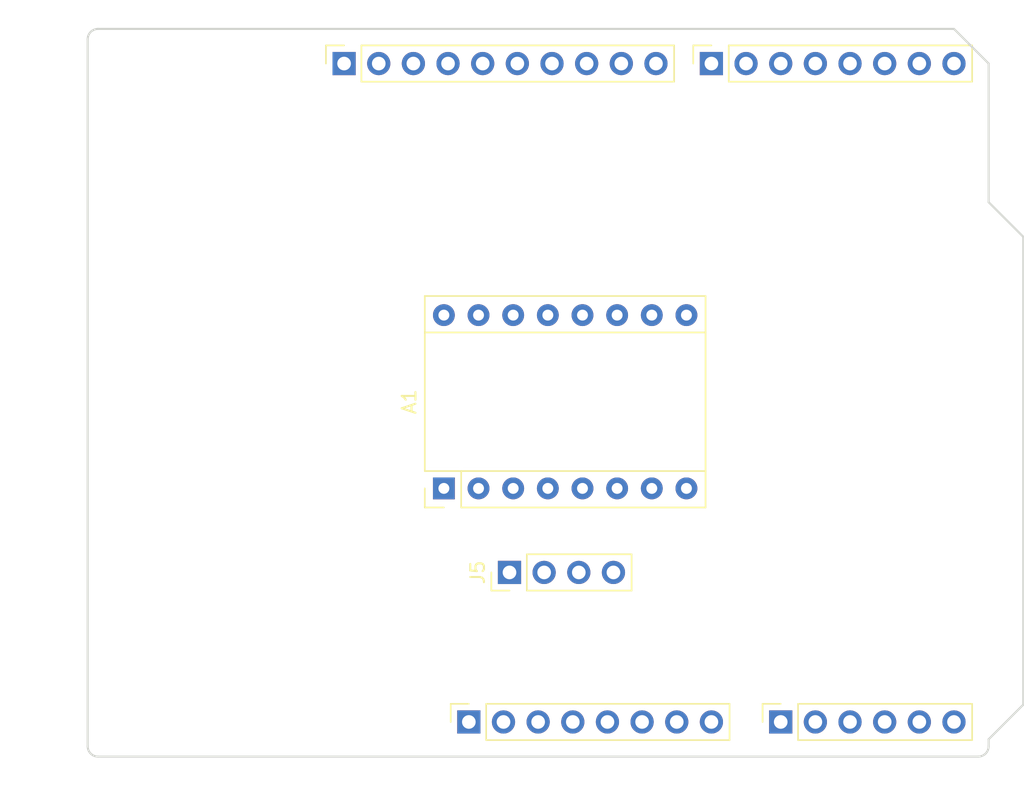
<source format=kicad_pcb>
(kicad_pcb (version 20240108) (generator "pcbnew") (generator_version "8.0")
  (title_block (date "mar. 31 mars 2015"))
  (layers (0 "F.Cu" signal) (31 "B.Cu" signal) (34 "B.Paste" user) (35 "F.Paste" user) (36 "B.SilkS" user "B.Silkscreen") (37 "F.SilkS" user "F.Silkscreen") (38 "B.Mask" user) (39 "F.Mask" user) (44 "Edge.Cuts" user))
  (net 0 "")
  (net 1 "GND")
  (net 3 "+5V")
  (net 4 "/IOREF")
  (net 5 "/A0")
  (net 6 "/A1")
  (net 7 "/A2")
  (net 8 "/A3")
  (net 9 "/SDA{slash}A4")
  (net 10 "/SCL{slash}A5")
  (net 11 "/13")
  (net 12 "/12")
  (net 13 "/AREF")
  (net 14 "/8")
  (net 15 "/7")
  (net 16 "/*11")
  (net 17 "/*10")
  (net 18 "/*9")
  (net 19 "/4")
  (net 20 "/2")
  (net 21 "/*6")
  (net 22 "/*5")
  (net 23 "/TX{slash}1")
  (net 24 "/*3")
  (net 25 "/RX{slash}0")
  (net 26 "+3V3")
  (net 27 "VCC")
  (net 28 "/~{RESET}")
  (net 40 "Net-(A1-2A)")
  (net 41 "Net-(A1-1B)")
  (net 42 "Net-(A1-2B)")
  (net 43 "Net-(A1-1A)")
  (net 44 "/9")
  (footprint "Connector_PinSocket_2.54mm:PinSocket_1x08_P2.54mm_Vertical" (layer "F.Cu") (at 127.94 97.46 90)
    (property "Reference" "J1" (hide yes))
    (property "Value" "Power")
    (fp_line (start 1.33 -1.33) (end 1.33 0) (stroke (width 0.12)) (layer "F.SilkS"))
    (fp_line (start 0 -1.33) (end 1.33 -1.33) (stroke (width 0.12)) (layer "F.SilkS"))
    (fp_line (start 1.33 1.27) (end 1.33 19.11) (stroke (width 0.12)) (layer "F.SilkS"))
    (fp_line (start -1.33 1.27) (end 1.33 1.27) (stroke (width 0.12)) (layer "F.SilkS"))
    (fp_line (start -1.33 1.27) (end -1.33 19.11) (stroke (width 0.12)) (layer "F.SilkS"))
    (fp_line (start -1.33 19.11) (end 1.33 19.11) (stroke (width 0.12)) (layer "F.SilkS"))
    (pad "1" thru_hole rect (at 0 0 90) (size 1.7 1.7) (drill 1) (layers "*.Cu" "*.Mask"))
    (pad "2" thru_hole oval (at 0 2.54 90) (size 1.7 1.7) (drill 1) (layers "*.Cu" "*.Mask") (net 4 "/IOREF"))
    (pad "3" thru_hole oval (at 0 5.08 90) (size 1.7 1.7) (drill 1) (layers "*.Cu" "*.Mask") (net 28 "/~{RESET}"))
    (pad "4" thru_hole oval (at 0 7.62 90) (size 1.7 1.7) (drill 1) (layers "*.Cu" "*.Mask") (net 26 "+3V3"))
    (pad "5" thru_hole oval (at 0 10.16 90) (size 1.7 1.7) (drill 1) (layers "*.Cu" "*.Mask") (net 3 "+5V"))
    (pad "6" thru_hole oval (at 0 12.7 90) (size 1.7 1.7) (drill 1) (layers "*.Cu" "*.Mask") (net 1 "GND"))
    (pad "7" thru_hole oval (at 0 15.24 90) (size 1.7 1.7) (drill 1) (layers "*.Cu" "*.Mask") (net 1 "GND"))
    (pad "8" thru_hole oval (at 0 17.78 90) (size 1.7 1.7) (drill 1) (layers "*.Cu" "*.Mask") (net 27 "VCC"))
  )
  (footprint "Connector_PinSocket_2.54mm:PinSocket_1x06_P2.54mm_Vertical" (layer "F.Cu") (at 150.8 97.46 90)
    (property "Reference" "J3" (hide yes))
    (property "Value" "Analog")
    (fp_line (start 1.33 -1.33) (end 1.33 0) (stroke (width 0.12)) (layer "F.SilkS"))
    (fp_line (start 0 -1.33) (end 1.33 -1.33) (stroke (width 0.12)) (layer "F.SilkS"))
    (fp_line (start 1.33 1.27) (end 1.33 14.03) (stroke (width 0.12)) (layer "F.SilkS"))
    (fp_line (start -1.33 1.27) (end 1.33 1.27) (stroke (width 0.12)) (layer "F.SilkS"))
    (fp_line (start -1.33 1.27) (end -1.33 14.03) (stroke (width 0.12)) (layer "F.SilkS"))
    (fp_line (start -1.33 14.03) (end 1.33 14.03) (stroke (width 0.12)) (layer "F.SilkS"))
    (pad "1" thru_hole rect (at 0 0 90) (size 1.7 1.7) (drill 1) (layers "*.Cu" "*.Mask") (net 5 "/A0"))
    (pad "2" thru_hole oval (at 0 2.54 90) (size 1.7 1.7) (drill 1) (layers "*.Cu" "*.Mask") (net 6 "/A1"))
    (pad "3" thru_hole oval (at 0 5.08 90) (size 1.7 1.7) (drill 1) (layers "*.Cu" "*.Mask") (net 7 "/A2"))
    (pad "4" thru_hole oval (at 0 7.62 90) (size 1.7 1.7) (drill 1) (layers "*.Cu" "*.Mask") (net 8 "/A3"))
    (pad "5" thru_hole oval (at 0 10.16 90) (size 1.7 1.7) (drill 1) (layers "*.Cu" "*.Mask") (net 9 "/SDA{slash}A4"))
    (pad "6" thru_hole oval (at 0 12.7 90) (size 1.7 1.7) (drill 1) (layers "*.Cu" "*.Mask") (net 10 "/SCL{slash}A5"))
  )
  (footprint "Connector_PinSocket_2.54mm:PinSocket_1x10_P2.54mm_Vertical" (layer "F.Cu") (at 118.796 49.2 90)
    (property "Reference" "J2" (hide yes))
    (property "Value" "Digital/PWM")
    (fp_line (start 1.33 -1.33) (end 1.33 0) (stroke (width 0.12)) (layer "F.SilkS"))
    (fp_line (start 0 -1.33) (end 1.33 -1.33) (stroke (width 0.12)) (layer "F.SilkS"))
    (fp_line (start 1.33 1.27) (end 1.33 24.19) (stroke (width 0.12)) (layer "F.SilkS"))
    (fp_line (start -1.33 1.27) (end 1.33 1.27) (stroke (width 0.12)) (layer "F.SilkS"))
    (fp_line (start -1.33 1.27) (end -1.33 24.19) (stroke (width 0.12)) (layer "F.SilkS"))
    (fp_line (start -1.33 24.19) (end 1.33 24.19) (stroke (width 0.12)) (layer "F.SilkS"))
    (pad "1" thru_hole rect (at 0 0 90) (size 1.7 1.7) (drill 1) (layers "*.Cu" "*.Mask") (net 10 "/SCL{slash}A5"))
    (pad "2" thru_hole oval (at 0 2.54 90) (size 1.7 1.7) (drill 1) (layers "*.Cu" "*.Mask") (net 9 "/SDA{slash}A4"))
    (pad "3" thru_hole oval (at 0 5.08 90) (size 1.7 1.7) (drill 1) (layers "*.Cu" "*.Mask") (net 13 "/AREF"))
    (pad "4" thru_hole oval (at 0 7.62 90) (size 1.7 1.7) (drill 1) (layers "*.Cu" "*.Mask") (net 1 "GND"))
    (pad "5" thru_hole oval (at 0 10.16 90) (size 1.7 1.7) (drill 1) (layers "*.Cu" "*.Mask") (net 11 "/13"))
    (pad "6" thru_hole oval (at 0 12.7 90) (size 1.7 1.7) (drill 1) (layers "*.Cu" "*.Mask") (net 12 "/12"))
    (pad "7" thru_hole oval (at 0 15.24 90) (size 1.7 1.7) (drill 1) (layers "*.Cu" "*.Mask") (net 16 "/*11"))
    (pad "8" thru_hole oval (at 0 17.78 90) (size 1.7 1.7) (drill 1) (layers "*.Cu" "*.Mask") (net 17 "/*10"))
    (pad "9" thru_hole oval (at 0 20.32 90) (size 1.7 1.7) (drill 1) (layers "*.Cu" "*.Mask") (net 18 "/*9"))
    (pad "10" thru_hole oval (at 0 22.86 90) (size 1.7 1.7) (drill 1) (layers "*.Cu" "*.Mask") (net 14 "/8"))
  )
  (footprint "Connector_PinSocket_2.54mm:PinSocket_1x08_P2.54mm_Vertical" (layer "F.Cu") (at 145.72 49.2 90)
    (property "Reference" "J4" (hide yes))
    (property "Value" "Digital/PWM")
    (fp_line (start 1.33 -1.33) (end 1.33 0) (stroke (width 0.12)) (layer "F.SilkS"))
    (fp_line (start 0 -1.33) (end 1.33 -1.33) (stroke (width 0.12)) (layer "F.SilkS"))
    (fp_line (start 1.33 1.27) (end 1.33 19.11) (stroke (width 0.12)) (layer "F.SilkS"))
    (fp_line (start -1.33 1.27) (end 1.33 1.27) (stroke (width 0.12)) (layer "F.SilkS"))
    (fp_line (start -1.33 1.27) (end -1.33 19.11) (stroke (width 0.12)) (layer "F.SilkS"))
    (fp_line (start -1.33 19.11) (end 1.33 19.11) (stroke (width 0.12)) (layer "F.SilkS"))
    (pad "1" thru_hole rect (at 0 0 90) (size 1.7 1.7) (drill 1) (layers "*.Cu" "*.Mask") (net 15 "/7"))
    (pad "2" thru_hole oval (at 0 2.54 90) (size 1.7 1.7) (drill 1) (layers "*.Cu" "*.Mask") (net 21 "/*6"))
    (pad "3" thru_hole oval (at 0 5.08 90) (size 1.7 1.7) (drill 1) (layers "*.Cu" "*.Mask") (net 22 "/*5"))
    (pad "4" thru_hole oval (at 0 7.62 90) (size 1.7 1.7) (drill 1) (layers "*.Cu" "*.Mask") (net 19 "/4"))
    (pad "5" thru_hole oval (at 0 10.16 90) (size 1.7 1.7) (drill 1) (layers "*.Cu" "*.Mask") (net 24 "/*3"))
    (pad "6" thru_hole oval (at 0 12.7 90) (size 1.7 1.7) (drill 1) (layers "*.Cu" "*.Mask") (net 20 "/2"))
    (pad "7" thru_hole oval (at 0 15.24 90) (size 1.7 1.7) (drill 1) (layers "*.Cu" "*.Mask") (net 23 "/TX{slash}1"))
    (pad "8" thru_hole oval (at 0 17.78 90) (size 1.7 1.7) (drill 1) (layers "*.Cu" "*.Mask") (net 25 "/RX{slash}0"))
  )
  (footprint "Arduino_MountingHole:MountingHole_3.2mm" (layer "F.Cu") (at 115.24 49.2)
    (property "Reference" "MH1" (hide yes))
    (property "Value" "MountingHole_3.2mm" (hide yes))
    (pad "" np_thru_hole circle (at 0 0) (size 3.2 3.2) (drill 3.2) (layers "*.Cu" "*.Mask"))
  )
  (footprint "Connector_PinHeader_2.54mm:PinHeader_1x04_P2.54mm_Vertical" (layer "F.Cu") (at 130.92 86.5 90)
    (property "Reference" "J5" (at 0 -2.33 90) (layer "F.SilkS"))
    (property "Value" "Conn_01x04")
    (fp_line (start -1.33 -1.33) (end 0 -1.33) (stroke (width 0.12)) (layer "F.SilkS"))
    (fp_line (start -1.33 0) (end -1.33 -1.33) (stroke (width 0.12)) (layer "F.SilkS"))
    (fp_line (start 1.33 1.27) (end 1.33 8.95) (stroke (width 0.12)) (layer "F.SilkS"))
    (fp_line (start -1.33 1.27) (end 1.33 1.27) (stroke (width 0.12)) (layer "F.SilkS"))
    (fp_line (start -1.33 1.27) (end -1.33 8.95) (stroke (width 0.12)) (layer "F.SilkS"))
    (fp_line (start -1.33 8.95) (end 1.33 8.95) (stroke (width 0.12)) (layer "F.SilkS"))
    (pad "1" thru_hole rect (at 0 0 90) (size 1.7 1.7) (drill 1) (layers "*.Cu" "*.Mask") (net 41 "Net-(A1-1B)"))
    (pad "2" thru_hole oval (at 0 2.54 90) (size 1.7 1.7) (drill 1) (layers "*.Cu" "*.Mask") (net 43 "Net-(A1-1A)"))
    (pad "3" thru_hole oval (at 0 5.08 90) (size 1.7 1.7) (drill 1) (layers "*.Cu" "*.Mask") (net 40 "Net-(A1-2A)"))
    (pad "4" thru_hole oval (at 0 7.62 90) (size 1.7 1.7) (drill 1) (layers "*.Cu" "*.Mask") (net 42 "Net-(A1-2B)"))
  )
  (footprint "Module:Pololu_Breakout-16_15.2x20.3mm" (layer "F.Cu") (at 126.11 80.34 90)
    (property "Reference" "A1" (at 6.35 -2.54 90) (layer "F.SilkS"))
    (property "Value" "Pololu_Breakout_A4988")
    (fp_line (start 14.1 -1.4) (end 1.27 -1.4) (stroke (width 0.12)) (layer "F.SilkS"))
    (fp_line (start 11.43 -1.4) (end 11.43 19.18) (stroke (width 0.12)) (layer "F.SilkS"))
    (fp_line (start 1.27 -1.4) (end 1.27 1.27) (stroke (width 0.12)) (layer "F.SilkS"))
    (fp_line (start 0 -1.4) (end -1.4 -1.4) (stroke (width 0.12)) (layer "F.SilkS"))
    (fp_line (start -1.4 -1.4) (end -1.4 0) (stroke (width 0.12)) (layer "F.SilkS"))
    (fp_line (start 1.27 1.27) (end -1.4 1.27) (stroke (width 0.12)) (layer "F.SilkS"))
    (fp_line (start 1.27 1.27) (end 1.27 19.18) (stroke (width 0.12)) (layer "F.SilkS"))
    (fp_line (start -1.4 1.27) (end -1.4 19.18) (stroke (width 0.12)) (layer "F.SilkS"))
    (fp_line (start 14.1 19.18) (end 14.1 -1.4) (stroke (width 0.12)) (layer "F.SilkS"))
    (fp_line (start -1.4 19.18) (end 14.1 19.18) (stroke (width 0.12)) (layer "F.SilkS"))
    (pad "1" thru_hole rect (at 0 0 90) (size 1.6 1.6) (drill 0.8) (layers "*.Cu" "*.Mask"))
    (pad "2" thru_hole oval (at 0 2.54 90) (size 1.6 1.6) (drill 0.8) (layers "*.Cu" "*.Mask"))
    (pad "3" thru_hole oval (at 0 5.08 90) (size 1.6 1.6) (drill 0.8) (layers "*.Cu" "*.Mask") (net 41 "Net-(A1-1B)"))
    (pad "4" thru_hole oval (at 0 7.62 90) (size 1.6 1.6) (drill 0.8) (layers "*.Cu" "*.Mask") (net 43 "Net-(A1-1A)"))
    (pad "5" thru_hole oval (at 0 10.16 90) (size 1.6 1.6) (drill 0.8) (layers "*.Cu" "*.Mask") (net 40 "Net-(A1-2A)"))
    (pad "6" thru_hole oval (at 0 12.7 90) (size 1.6 1.6) (drill 0.8) (layers "*.Cu" "*.Mask") (net 42 "Net-(A1-2B)"))
    (pad "7" thru_hole oval (at 0 15.24 90) (size 1.6 1.6) (drill 0.8) (layers "*.Cu" "*.Mask"))
    (pad "8" thru_hole oval (at 0 17.78 90) (size 1.6 1.6) (drill 0.8) (layers "*.Cu" "*.Mask"))
    (pad "9" thru_hole oval (at 12.7 17.78 90) (size 1.6 1.6) (drill 0.8) (layers "*.Cu" "*.Mask"))
    (pad "10" thru_hole oval (at 12.7 15.24 90) (size 1.6 1.6) (drill 0.8) (layers "*.Cu" "*.Mask"))
    (pad "11" thru_hole oval (at 12.7 12.7 90) (size 1.6 1.6) (drill 0.8) (layers "*.Cu" "*.Mask"))
    (pad "12" thru_hole oval (at 12.7 10.16 90) (size 1.6 1.6) (drill 0.8) (layers "*.Cu" "*.Mask"))
    (pad "13" thru_hole oval (at 12.7 7.62 90) (size 1.6 1.6) (drill 0.8) (layers "*.Cu" "*.Mask"))
    (pad "14" thru_hole oval (at 12.7 5.08 90) (size 1.6 1.6) (drill 0.8) (layers "*.Cu" "*.Mask"))
    (pad "15" thru_hole oval (at 12.7 2.54 90) (size 1.6 1.6) (drill 0.8) (layers "*.Cu" "*.Mask") (net 44 "/9"))
    (pad "16" thru_hole oval (at 12.7 0 90) (size 1.6 1.6) (drill 0.8) (layers "*.Cu" "*.Mask"))
  )
  (footprint "Arduino_MountingHole:MountingHole_3.2mm" (layer "F.Cu") (at 113.97 97.46)
    (property "Reference" "MH2" (hide yes))
    (property "Value" "MountingHole_3.2mm" (hide yes))
    (pad "" np_thru_hole circle (at 0 0) (size 3.2 3.2) (drill 3.2) (layers "*.Cu" "*.Mask"))
  )
  (footprint "Arduino_MountingHole:MountingHole_3.2mm" (layer "F.Cu") (at 166.04 64.44)
    (property "Reference" "MH3" (hide yes))
    (property "Value" "MountingHole_3.2mm" (hide yes))
    (pad "" np_thru_hole circle (at 0 0) (size 3.2 3.2) (drill 3.2) (layers "*.Cu" "*.Mask"))
  )
  (footprint "Arduino_MountingHole:MountingHole_3.2mm" (layer "F.Cu") (at 166.04 92.38)
    (property "Reference" "MH4" (hide yes))
    (property "Value" "MountingHole_3.2mm" (hide yes))
    (pad "" np_thru_hole circle (at 0 0) (size 3.2 3.2) (drill 3.2) (layers "*.Cu" "*.Mask"))
  )
  (gr_line (start 166.04 59.36) (end 168.58 61.9) (stroke (width 0.15)) (layer "Edge.Cuts"))
  (gr_line (start 100 99.238) (end 100 47.422) (stroke (width 0.15)) (layer "Edge.Cuts"))
  (gr_line (start 168.58 61.9) (end 168.58 96.19) (stroke (width 0.15)) (layer "Edge.Cuts"))
  (gr_line (start 165.278 100) (end 100.762 100) (stroke (width 0.15)) (layer "Edge.Cuts"))
  (gr_line (start 100.762 46.66) (end 163.5 46.66) (stroke (width 0.15)) (layer "Edge.Cuts"))
  (gr_arc (start 100.762 100) (mid 100.223185 99.776815) (end 100 99.238) (stroke (width 0.15)) (layer "Edge.Cuts"))
  (gr_line (start 168.58 96.19) (end 166.04 98.73) (stroke (width 0.15)) (layer "Edge.Cuts"))
  (gr_line (start 163.5 46.66) (end 166.04 49.2) (stroke (width 0.15)) (layer "Edge.Cuts"))
  (gr_arc (start 166.04 99.238) (mid 165.816815 99.776815) (end 165.278 100) (stroke (width 0.15)) (layer "Edge.Cuts"))
  (gr_line (start 166.04 49.2) (end 166.04 59.36) (stroke (width 0.15)) (layer "Edge.Cuts"))
  (gr_line (start 166.04 98.73) (end 166.04 99.238) (stroke (width 0.15)) (layer "Edge.Cuts"))
  (gr_arc (start 100 47.422) (mid 100.223185 46.883185) (end 100.762 46.66) (stroke (width 0.15)) (layer "Edge.Cuts"))
)
</source>
